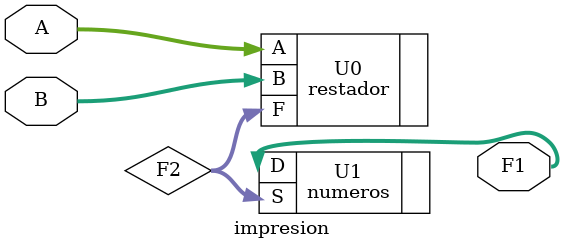
<source format=v>
module impresion(
    input [2:0] A, B,
	output [6:0] F1
);
// DECLARACIÓN DE VARIABLES
wire [2:0] F2;

restador U0(
	.A(A), 
	.B(B),	
	.F(F2)     // variables tipo wire
);

numeros U1(
	.S(F2), 	
	.D(F1)     // variables tipo wire
);

// ==========================
// DESCRIPCIÓN DEL CIRCUITO


endmodule 
</source>
